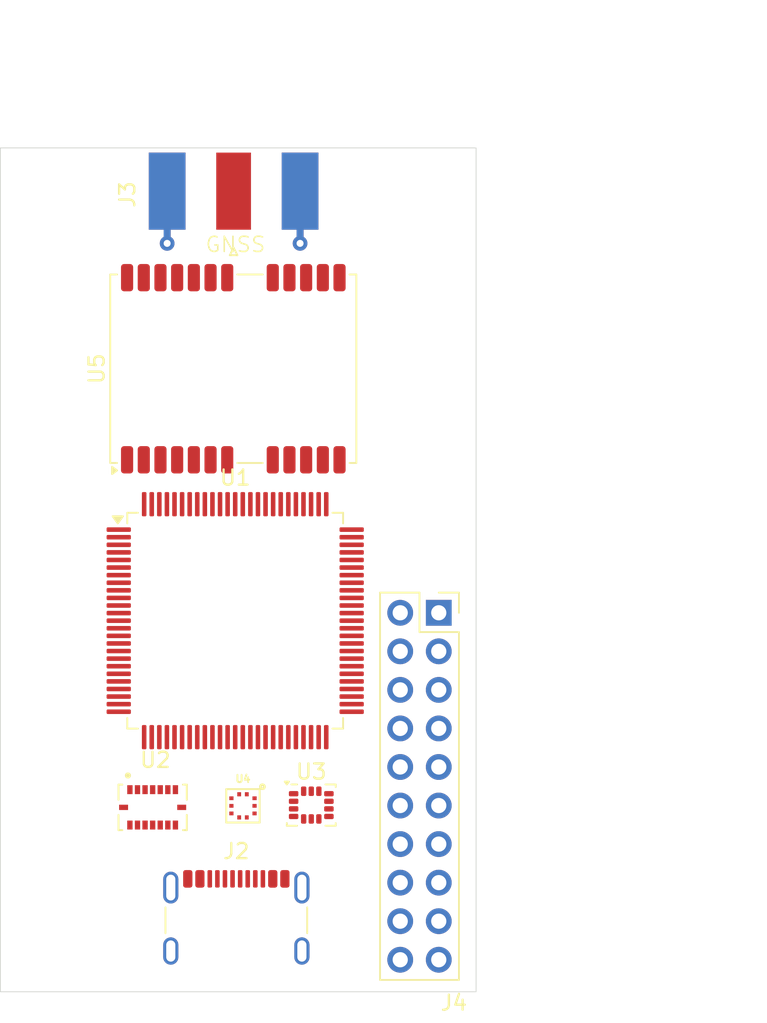
<source format=kicad_pcb>
(kicad_pcb (version 20240108) (generator "pcbnew") (generator_version "8.0")
  (layers (0 "F.Cu" signal) (31 "B.Cu" signal) (34 "B.Paste" user) (35 "F.Paste" user) (36 "B.SilkS" user "B.Silkscreen") (37 "F.SilkS" user "F.Silkscreen") (38 "B.Mask" user) (39 "F.Mask" user) (44 "Edge.Cuts" user))
  (net 0 "")
  (net 35 "/BMI088/SCK")
  (net 46 "/BMI088/SDI")
  (net 71 "Net-(U1-NRST)")
  (net 72 "Net-(C11-Pad2)")
  (net 73 "Net-(C12-Pad2)")
  (net 74 "D-")
  (net 85 "GND")
  (net 86 "/BMI088/CS_ACCEL")
  (net 87 "+3.3V")
  (net 88 "/BMI088/CS_GYRO")
  (net 89 "/BMI088/SDO_ACCEL")
  (net 90 "/BMI088/GYRO_INT")
  (net 91 "/BMI088/ACCEL_INT")
  (net 95 "Net-(D1-A)")
  (net 97 "Net-(J2-CC1)")
  (net 98 "D+")
  (net 99 "Net-(J2-CC2)")
  (net 100 "Net-(J3-In)")
  (net 101 "Net-(U1-BOOT0)")
  (net 102 "/NEO-M9N/DI_GPS")
  (net 103 "/NEO-M9N/CLK_GPS")
  (net 104 "/NEO-M9N/CS_GPS")
  (net 105 "/NEO-M9N/DO_GPS")
  (net 106 "Net-(U1-PA11)")
  (net 107 "/LSM6DSM/SDO_IMU_LOW")
  (net 108 "/LSM6DSM/SDI_IMU_LOW")
  (net 109 "/LSM6DSM/SCL_IMU_LOW")
  (net 110 "/LSM6DSM/CS_IMU_LOW")
  (net 111 "/LSM6DSM/INT_IMU_LOW")
  (net 112 "/BMP581/SCK_BARO")
  (net 113 "/BMP581/SDI_BARO")
  (net 114 "/BMP581/SDO_BARO")
  (net 115 "/BMP581/INT_BARO")
  (net 116 "/BMP581/CS_BARO")
  (net 117 "Net-(U5-~{SAFEBOOT})")
  (net 138 "Net-(U1-PA12)")
  (footprint "footprint:PQFN50P450X300X100-16N" (layer "F.Cu") (at 134.585 114.7)
    (property "Reference" "U2" (at 0.178 -3.121 0) (layer "F.SilkS"))
    (property "Value" "BMI088")
    (fp_line (start -2.25 -1.5) (end -2 -1.5) (stroke (width 0.127)) (layer "F.SilkS"))
    (fp_line (start -2.25 -0.5) (end -2.25 -1.5) (stroke (width 0.127)) (layer "F.SilkS"))
    (fp_line (start -2.25 1.5) (end -2.25 0.5) (stroke (width 0.127)) (layer "F.SilkS"))
    (fp_line (start -2 1.5) (end -2.25 1.5) (stroke (width 0.127)) (layer "F.SilkS"))
    (fp_line (start 2.25 -1.5) (end 2 -1.5) (stroke (width 0.127)) (layer "F.SilkS"))
    (fp_line (start 2.25 -0.5) (end 2.25 -1.5) (stroke (width 0.127)) (layer "F.SilkS"))
    (fp_line (start 2.25 0.5) (end 2.25 1.5) (stroke (width 0.127)) (layer "F.SilkS"))
    (fp_line (start 2.25 1.5) (end 2 1.5) (stroke (width 0.127)) (layer "F.SilkS"))
    (fp_circle (center -1.629 -2.1) (end -1.529 -2.1) (stroke (width 0.2)) (fill none) (layer "F.SilkS"))
    (pad "1" smd rect (at -1.5 -1.165) (size 0.35 0.59) (layers "F.Cu" "F.Paste" "F.Mask"))
    (pad "2" smd rect (at -1 -1.165) (size 0.35 0.59) (layers "F.Cu" "F.Paste" "F.Mask") (net 85 "GND"))
    (pad "3" smd rect (at -0.5 -1.165) (size 0.35 0.59) (layers "F.Cu" "F.Paste" "F.Mask") (net 87 "+3.3V"))
    (pad "4" smd rect (at 0 -1.165) (size 0.35 0.59) (layers "F.Cu" "F.Paste" "F.Mask") (net 85 "GND"))
    (pad "5" smd rect (at 0.5 -1.165) (size 0.35 0.59) (layers "F.Cu" "F.Paste" "F.Mask") (net 88 "/BMI088/CS_GYRO"))
    (pad "6" smd rect (at 1 -1.165) (size 0.35 0.59) (layers "F.Cu" "F.Paste" "F.Mask") (net 85 "GND"))
    (pad "7" smd rect (at 1.5 -1.165) (size 0.35 0.59) (layers "F.Cu" "F.Paste" "F.Mask") (net 85 "GND"))
    (pad "8" smd rect (at 1.915 0) (size 0.59 0.35) (layers "F.Cu" "F.Paste" "F.Mask") (net 35 "/BMI088/SCK"))
    (pad "9" smd rect (at 1.5 1.165) (size 0.35 0.59) (layers "F.Cu" "F.Paste" "F.Mask") (net 46 "/BMI088/SDI"))
    (pad "10" smd rect (at 1 1.165) (size 0.35 0.59) (layers "F.Cu" "F.Paste" "F.Mask") (net 89 "/BMI088/SDO_ACCEL"))
    (pad "11" smd rect (at 0.5 1.165) (size 0.35 0.59) (layers "F.Cu" "F.Paste" "F.Mask") (net 87 "+3.3V"))
    (pad "12" smd rect (at 0 1.165) (size 0.35 0.59) (layers "F.Cu" "F.Paste" "F.Mask") (net 90 "/BMI088/GYRO_INT"))
    (pad "13" smd rect (at -0.5 1.165) (size 0.35 0.59) (layers "F.Cu" "F.Paste" "F.Mask"))
    (pad "14" smd rect (at -1 1.165) (size 0.35 0.59) (layers "F.Cu" "F.Paste" "F.Mask") (net 86 "/BMI088/CS_ACCEL"))
    (pad "15" smd rect (at -1.5 1.165) (size 0.35 0.59) (layers "F.Cu" "F.Paste" "F.Mask") (net 89 "/BMI088/SDO_ACCEL"))
    (pad "16" smd rect (at -1.915 0) (size 0.59 0.35) (layers "F.Cu" "F.Paste" "F.Mask") (net 91 "/BMI088/ACCEL_INT"))
  )
  (footprint "BMP581:BMP581" (layer "F.Cu") (at 140.5375 114.6)
    (property "Reference" "U4" (at 0 -1.778 0) (layer "F.SilkS") (effects (font (size 0.48 0.48) (thickness 0.12))))
    (property "Value" "BMP581")
    (fp_line (start -1.1 -1.1) (end 1.1 -1.1) (stroke (width 0.127)) (layer "F.SilkS"))
    (fp_line (start -1.1 1.1) (end -1.1 -1.1) (stroke (width 0.127)) (layer "F.SilkS"))
    (fp_line (start 1.1 -1.1) (end 1.1 1.1) (stroke (width 0.127)) (layer "F.SilkS"))
    (fp_line (start 1.1 1.1) (end -1.1 1.1) (stroke (width 0.127)) (layer "F.SilkS"))
    (fp_circle (center 1.282 -1.258) (end 1.327253 -1.258) (stroke (width 0.175)) (fill none) (layer "F.SilkS"))
    (pad "1" smd rect (at 0.25 -0.7625) (size 0.25 0.275) (layers "F.Cu" "F.Mask") (net 87 "+3.3V"))
    (pad "2" smd rect (at -0.25 -0.7625) (size 0.25 0.275) (layers "F.Cu" "F.Mask") (net 112 "/BMP581/SCK_BARO"))
    (pad "3" smd rect (at -0.7625 -0.5) (size 0.275 0.25) (layers "F.Cu" "F.Mask") (net 85 "GND"))
    (pad "4" smd rect (at -0.7625 0) (size 0.275 0.25) (layers "F.Cu" "F.Mask") (net 113 "/BMP581/SDI_BARO"))
    (pad "5" smd rect (at -0.7625 0.5) (size 0.275 0.25) (layers "F.Cu" "F.Mask") (net 114 "/BMP581/SDO_BARO"))
    (pad "6" smd rect (at -0.25 0.7625) (size 0.25 0.275) (layers "F.Cu" "F.Mask") (net 116 "/BMP581/CS_BARO"))
    (pad "7" smd rect (at 0.25 0.7625) (size 0.25 0.275) (layers "F.Cu" "F.Mask") (net 115 "/BMP581/INT_BARO"))
    (pad "8" smd rect (at 0.7625 0.5) (size 0.275 0.25) (layers "F.Cu" "F.Mask") (net 85 "GND"))
    (pad "9" smd rect (at 0.7625 0) (size 0.275 0.25) (layers "F.Cu" "F.Mask") (net 85 "GND"))
    (pad "10" smd rect (at 0.7625 -0.5) (size 0.275 0.25) (layers "F.Cu" "F.Mask") (net 87 "+3.3V"))
  )
  (footprint "Images:ND" (layer "F.Cu") (at 151.5 75.2)
    (property "Reference" "G***" (hide yes))
    (property "Value" "LOGO" (hide yes))
  )
  (footprint "Connector_PinSocket_2.54mm:PinSocket_2x10_P2.54mm_Vertical" (layer "F.Cu") (at 153.44 101.88)
    (property "Reference" "J4" (at 1 25.7 0) (layer "F.SilkS"))
    (property "Value" "Conn_02x10_Counter_Clockwise")
    (fp_line (start -3.87 -1.33) (end -3.87 24.19) (stroke (width 0.12)) (layer "F.SilkS"))
    (fp_line (start -3.87 -1.33) (end -1.27 -1.33) (stroke (width 0.12)) (layer "F.SilkS"))
    (fp_line (start -3.87 24.19) (end 1.33 24.19) (stroke (width 0.12)) (layer "F.SilkS"))
    (fp_line (start -1.27 -1.33) (end -1.27 1.27) (stroke (width 0.12)) (layer "F.SilkS"))
    (fp_line (start -1.27 1.27) (end 1.33 1.27) (stroke (width 0.12)) (layer "F.SilkS"))
    (fp_line (start 0 -1.33) (end 1.33 -1.33) (stroke (width 0.12)) (layer "F.SilkS"))
    (fp_line (start 1.33 -1.33) (end 1.33 0) (stroke (width 0.12)) (layer "F.SilkS"))
    (fp_line (start 1.33 1.27) (end 1.33 24.19) (stroke (width 0.12)) (layer "F.SilkS"))
    (pad "1" thru_hole rect (at 0 0) (size 1.7 1.7) (drill 1) (layers "*.Cu" "*.Mask"))
    (pad "2" thru_hole oval (at -2.54 0) (size 1.7 1.7) (drill 1) (layers "*.Cu" "*.Mask"))
    (pad "3" thru_hole oval (at 0 2.54) (size 1.7 1.7) (drill 1) (layers "*.Cu" "*.Mask"))
    (pad "4" thru_hole oval (at -2.54 2.54) (size 1.7 1.7) (drill 1) (layers "*.Cu" "*.Mask"))
    (pad "5" thru_hole oval (at 0 5.08) (size 1.7 1.7) (drill 1) (layers "*.Cu" "*.Mask"))
    (pad "6" thru_hole oval (at -2.54 5.08) (size 1.7 1.7) (drill 1) (layers "*.Cu" "*.Mask"))
    (pad "7" thru_hole oval (at 0 7.62) (size 1.7 1.7) (drill 1) (layers "*.Cu" "*.Mask"))
    (pad "8" thru_hole oval (at -2.54 7.62) (size 1.7 1.7) (drill 1) (layers "*.Cu" "*.Mask"))
    (pad "9" thru_hole oval (at 0 10.16) (size 1.7 1.7) (drill 1) (layers "*.Cu" "*.Mask"))
    (pad "10" thru_hole oval (at -2.54 10.16) (size 1.7 1.7) (drill 1) (layers "*.Cu" "*.Mask"))
    (pad "11" thru_hole oval (at 0 12.7) (size 1.7 1.7) (drill 1) (layers "*.Cu" "*.Mask"))
    (pad "12" thru_hole oval (at -2.54 12.7) (size 1.7 1.7) (drill 1) (layers "*.Cu" "*.Mask"))
    (pad "13" thru_hole oval (at 0 15.24) (size 1.7 1.7) (drill 1) (layers "*.Cu" "*.Mask"))
    (pad "14" thru_hole oval (at -2.54 15.24) (size 1.7 1.7) (drill 1) (layers "*.Cu" "*.Mask"))
    (pad "15" thru_hole oval (at 0 17.78) (size 1.7 1.7) (drill 1) (layers "*.Cu" "*.Mask"))
    (pad "16" thru_hole oval (at -2.54 17.78) (size 1.7 1.7) (drill 1) (layers "*.Cu" "*.Mask"))
    (pad "17" thru_hole oval (at 0 20.32) (size 1.7 1.7) (drill 1) (layers "*.Cu" "*.Mask"))
    (pad "18" thru_hole oval (at -2.54 20.32) (size 1.7 1.7) (drill 1) (layers "*.Cu" "*.Mask"))
    (pad "19" thru_hole oval (at 0 22.86) (size 1.7 1.7) (drill 1) (layers "*.Cu" "*.Mask"))
    (pad "20" thru_hole oval (at -2.54 22.86) (size 1.7 1.7) (drill 1) (layers "*.Cu" "*.Mask"))
  )
  (footprint "Connector_Coaxial:SMA_Molex_73251-1153_EdgeMount_Horizontal" (layer "F.Cu") (at 139.92 75.82 -90)
    (property "Reference" "J3" (at -1.5 7 90) (layer "F.SilkS"))
    (property "Value" "Conn_Coaxial")
    (fp_line (start 2.5 0.25) (end 2 0) (stroke (width 0.12)) (layer "F.SilkS"))
    (fp_line (start 2 0) (end 2.5 -0.25) (stroke (width 0.12)) (layer "F.SilkS"))
    (fp_line (start 2.5 -0.25) (end 2.5 0.25) (stroke (width 0.12)) (layer "F.SilkS"))
    (pad "1" smd rect (at -1.72 0 270) (size 5.08 2.29) (layers "F.Cu" "F.Paste" "F.Mask") (net 100 "Net-(J3-In)"))
    (pad "2" smd rect (at -1.72 -4.38 270) (size 5.08 2.42) (layers "F.Cu" "F.Paste" "F.Mask") (net 85 "GND"))
    (pad "2" smd rect (at -1.72 -4.38 270) (size 5.08 2.42) (layers "B.Cu" "B.Paste" "B.Mask") (net 85 "GND"))
    (pad "2" smd rect (at -1.72 4.38 270) (size 5.08 2.42) (layers "F.Cu" "F.Paste" "F.Mask") (net 85 "GND"))
    (pad "2" smd rect (at -1.72 4.38 270) (size 5.08 2.42) (layers "B.Cu" "B.Paste" "B.Mask") (net 85 "GND"))
    (pad "2" smd rect (at 1.27 -4.38 270) (size 0.95 0.46) (layers "F.Cu") (net 85 "GND"))
    (pad "2" smd rect (at 1.27 -4.38 270) (size 0.95 0.46) (layers "B.Cu") (net 85 "GND"))
    (pad "2" smd rect (at 1.27 4.38 270) (size 0.95 0.46) (layers "F.Cu") (net 85 "GND"))
    (pad "2" smd rect (at 1.27 4.38 270) (size 0.95 0.46) (layers "B.Cu") (net 85 "GND"))
    (pad "2" thru_hole circle (at 1.72 -4.38 270) (size 0.97 0.97) (drill 0.46) (layers "*.Cu") (net 85 "GND"))
    (pad "2" thru_hole circle (at 1.72 4.38 270) (size 0.97 0.97) (drill 0.46) (layers "*.Cu") (net 85 "GND"))
  )
  (footprint "Package_QFP:LQFP-100_14x14mm_P0.5mm" (layer "F.Cu") (at 140.025 102.4)
    (property "Reference" "U1" (at 0 -9.42 0) (layer "F.SilkS"))
    (property "Value" "STM32H723VGTx")
    (fp_line (start -7.11 -7.11) (end -7.11 -6.41) (stroke (width 0.12)) (layer "F.SilkS"))
    (fp_line (start -7.11 7.11) (end -7.11 6.41) (stroke (width 0.12)) (layer "F.SilkS"))
    (fp_line (start -6.41 -7.11) (end -7.11 -7.11) (stroke (width 0.12)) (layer "F.SilkS"))
    (fp_line (start -6.41 7.11) (end -7.11 7.11) (stroke (width 0.12)) (layer "F.SilkS"))
    (fp_line (start 6.41 -7.11) (end 7.11 -7.11) (stroke (width 0.12)) (layer "F.SilkS"))
    (fp_line (start 6.41 7.11) (end 7.11 7.11) (stroke (width 0.12)) (layer "F.SilkS"))
    (fp_line (start 7.11 -7.11) (end 7.11 -6.41) (stroke (width 0.12)) (layer "F.SilkS"))
    (fp_line (start 7.11 7.11) (end 7.11 6.41) (stroke (width 0.12)) (layer "F.SilkS"))
    (fp_poly (pts (xy -7.7375 -6.41) (xy -8.0775 -6.88) (xy -7.3975 -6.88) (xy -7.7375 -6.41)) (stroke (width 0.12)) (fill solid) (layer "F.SilkS"))
    (pad "1" smd roundrect (at -7.675 -6) (size 1.6 0.3) (layers "F.Cu" "F.Paste" "F.Mask"))
    (pad "2" smd roundrect (at -7.675 -5.5) (size 1.6 0.3) (layers "F.Cu" "F.Paste" "F.Mask"))
    (pad "3" smd roundrect (at -7.675 -5) (size 1.6 0.3) (layers "F.Cu" "F.Paste" "F.Mask"))
    (pad "4" smd roundrect (at -7.675 -4.5) (size 1.6 0.3) (layers "F.Cu" "F.Paste" "F.Mask"))
    (pad "5" smd roundrect (at -7.675 -4) (size 1.6 0.3) (layers "F.Cu" "F.Paste" "F.Mask"))
    (pad "6" smd roundrect (at -7.675 -3.5) (size 1.6 0.3) (layers "F.Cu" "F.Paste" "F.Mask") (net 87 "+3.3V"))
    (pad "7" smd roundrect (at -7.675 -3) (size 1.6 0.3) (layers "F.Cu" "F.Paste" "F.Mask"))
    (pad "8" smd roundrect (at -7.675 -2.5) (size 1.6 0.3) (layers "F.Cu" "F.Paste" "F.Mask"))
    (pad "9" smd roundrect (at -7.675 -2) (size 1.6 0.3) (layers "F.Cu" "F.Paste" "F.Mask"))
    (pad "10" smd roundrect (at -7.675 -1.5) (size 1.6 0.3) (layers "F.Cu" "F.Paste" "F.Mask") (net 85 "GND"))
    (pad "11" smd roundrect (at -7.675 -1) (size 1.6 0.3) (layers "F.Cu" "F.Paste" "F.Mask") (net 87 "+3.3V"))
    (pad "12" smd roundrect (at -7.675 -0.5) (size 1.6 0.3) (layers "F.Cu" "F.Paste" "F.Mask") (net 85 "GND"))
    (pad "13" smd roundrect (at -7.675 0) (size 1.6 0.3) (layers "F.Cu" "F.Paste" "F.Mask"))
    (pad "14" smd roundrect (at -7.675 0.5) (size 1.6 0.3) (layers "F.Cu" "F.Paste" "F.Mask") (net 71 "Net-(U1-NRST)"))
    (pad "15" smd roundrect (at -7.675 1) (size 1.6 0.3) (layers "F.Cu" "F.Paste" "F.Mask"))
    (pad "16" smd roundrect (at -7.675 1.5) (size 1.6 0.3) (layers "F.Cu" "F.Paste" "F.Mask"))
    (pad "17" smd roundrect (at -7.675 2) (size 1.6 0.3) (layers "F.Cu" "F.Paste" "F.Mask"))
    (pad "18" smd roundrect (at -7.675 2.5) (size 1.6 0.3) (layers "F.Cu" "F.Paste" "F.Mask"))
    (pad "19" smd roundrect (at -7.675 3) (size 1.6 0.3) (layers "F.Cu" "F.Paste" "F.Mask") (net 85 "GND"))
    (pad "20" smd roundrect (at -7.675 3.5) (size 1.6 0.3) (layers "F.Cu" "F.Paste" "F.Mask") (net 87 "+3.3V"))
    (pad "21" smd roundrect (at -7.675 4) (size 1.6 0.3) (layers "F.Cu" "F.Paste" "F.Mask") (net 87 "+3.3V"))
    (pad "22" smd roundrect (at -7.675 4.5) (size 1.6 0.3) (layers "F.Cu" "F.Paste" "F.Mask"))
    (pad "23" smd roundrect (at -7.675 5) (size 1.6 0.3) (layers "F.Cu" "F.Paste" "F.Mask"))
    (pad "24" smd roundrect (at -7.675 5.5) (size 1.6 0.3) (layers "F.Cu" "F.Paste" "F.Mask"))
    (pad "25" smd roundrect (at -7.675 6) (size 1.6 0.3) (layers "F.Cu" "F.Paste" "F.Mask"))
    (pad "26" smd roundrect (at -6 7.675) (size 0.3 1.6) (layers "F.Cu" "F.Paste" "F.Mask") (net 85 "GND"))
    (pad "27" smd roundrect (at -5.5 7.675) (size 0.3 1.6) (layers "F.Cu" "F.Paste" "F.Mask") (net 87 "+3.3V"))
    (pad "28" smd roundrect (at -5 7.675) (size 0.3 1.6) (layers "F.Cu" "F.Paste" "F.Mask"))
    (pad "29" smd roundrect (at -4.5 7.675) (size 0.3 1.6) (layers "F.Cu" "F.Paste" "F.Mask"))
    (pad "30" smd roundrect (at -4 7.675) (size 0.3 1.6) (layers "F.Cu" "F.Paste" "F.Mask"))
    (pad "31" smd roundrect (at -3.5 7.675) (size 0.3 1.6) (layers "F.Cu" "F.Paste" "F.Mask"))
    (pad "32" smd roundrect (at -3 7.675) (size 0.3 1.6) (layers "F.Cu" "F.Paste" "F.Mask"))
    (pad "33" smd roundrect (at -2.5 7.675) (size 0.3 1.6) (layers "F.Cu" "F.Paste" "F.Mask"))
    (pad "34" smd roundrect (at -2 7.675) (size 0.3 1.6) (layers "F.Cu" "F.Paste" "F.Mask"))
    (pad "35" smd roundrect (at -1.5 7.675) (size 0.3 1.6) (layers "F.Cu" "F.Paste" "F.Mask"))
    (pad "36" smd roundrect (at -1 7.675) (size 0.3 1.6) (layers "F.Cu" "F.Paste" "F.Mask") (net 46 "/BMI088/SDI"))
    (pad "37" smd roundrect (at -0.5 7.675) (size 0.3 1.6) (layers "F.Cu" "F.Paste" "F.Mask"))
    (pad "38" smd roundrect (at 0 7.675) (size 0.3 1.6) (layers "F.Cu" "F.Paste" "F.Mask"))
    (pad "39" smd roundrect (at 0.5 7.675) (size 0.3 1.6) (layers "F.Cu" "F.Paste" "F.Mask"))
    (pad "40" smd roundrect (at 1 7.675) (size 0.3 1.6) (layers "F.Cu" "F.Paste" "F.Mask"))
    (pad "41" smd roundrect (at 1.5 7.675) (size 0.3 1.6) (layers "F.Cu" "F.Paste" "F.Mask"))
    (pad "42" smd roundrect (at 2 7.675) (size 0.3 1.6) (layers "F.Cu" "F.Paste" "F.Mask"))
    (pad "43" smd roundrect (at 2.5 7.675) (size 0.3 1.6) (layers "F.Cu" "F.Paste" "F.Mask"))
    (pad "44" smd roundrect (at 3 7.675) (size 0.3 1.6) (layers "F.Cu" "F.Paste" "F.Mask"))
    (pad "45" smd roundrect (at 3.5 7.675) (size 0.3 1.6) (layers "F.Cu" "F.Paste" "F.Mask"))
    (pad "46" smd roundrect (at 4 7.675) (size 0.3 1.6) (layers "F.Cu" "F.Paste" "F.Mask"))
    (pad "47" smd roundrect (at 4.5 7.675) (size 0.3 1.6) (layers "F.Cu" "F.Paste" "F.Mask"))
    (pad "48" smd roundrect (at 5 7.675) (size 0.3 1.6) (layers "F.Cu" "F.Paste" "F.Mask") (net 72 "Net-(C11-Pad2)"))
    (pad "49" smd roundrect (at 5.5 7.675) (size 0.3 1.6) (layers "F.Cu" "F.Paste" "F.Mask") (net 85 "GND"))
    (pad "50" smd roundrect (at 6 7.675) (size 0.3 1.6) (layers "F.Cu" "F.Paste" "F.Mask") (net 87 "+3.3V"))
    (pad "51" smd roundrect (at 7.675 6) (size 1.6 0.3) (layers "F.Cu" "F.Paste" "F.Mask"))
    (pad "52" smd roundrect (at 7.675 5.5) (size 1.6 0.3) (layers "F.Cu" "F.Paste" "F.Mask"))
    (pad "53" smd roundrect (at 7.675 5) (size 1.6 0.3) (layers "F.Cu" "F.Paste" "F.Mask"))
    (pad "54" smd roundrect (at 7.675 4.5) (size 1.6 0.3) (layers "F.Cu" "F.Paste" "F.Mask"))
    (pad "55" smd roundrect (at 7.675 4) (size 1.6 0.3) (layers "F.Cu" "F.Paste" "F.Mask"))
    (pad "56" smd roundrect (at 7.675 3.5) (size 1.6 0.3) (layers "F.Cu" "F.Paste" "F.Mask"))
    (pad "57" smd roundrect (at 7.675 3) (size 1.6 0.3) (layers "F.Cu" "F.Paste" "F.Mask"))
    (pad "58" smd roundrect (at 7.675 2.5) (size 1.6 0.3) (layers "F.Cu" "F.Paste" "F.Mask"))
    (pad "59" smd roundrect (at 7.675 2) (size 1.6 0.3) (layers "F.Cu" "F.Paste" "F.Mask"))
    (pad "60" smd roundrect (at 7.675 1.5) (size 1.6 0.3) (layers "F.Cu" "F.Paste" "F.Mask"))
    (pad "61" smd roundrect (at 7.675 1) (size 1.6 0.3) (layers "F.Cu" "F.Paste" "F.Mask"))
    (pad "62" smd roundrect (at 7.675 0.5) (size 1.6 0.3) (layers "F.Cu" "F.Paste" "F.Mask"))
    (pad "63" smd roundrect (at 7.675 0) (size 1.6 0.3) (layers "F.Cu" "F.Paste" "F.Mask"))
    (pad "64" smd roundrect (at 7.675 -0.5) (size 1.6 0.3) (layers "F.Cu" "F.Paste" "F.Mask"))
    (pad "65" smd roundrect (at 7.675 -1) (size 1.6 0.3) (layers "F.Cu" "F.Paste" "F.Mask"))
    (pad "66" smd roundrect (at 7.675 -1.5) (size 1.6 0.3) (layers "F.Cu" "F.Paste" "F.Mask"))
    (pad "67" smd roundrect (at 7.675 -2) (size 1.6 0.3) (layers "F.Cu" "F.Paste" "F.Mask"))
    (pad "68" smd roundrect (at 7.675 -2.5) (size 1.6 0.3) (layers "F.Cu" "F.Paste" "F.Mask"))
    (pad "69" smd roundrect (at 7.675 -3) (size 1.6 0.3) (layers "F.Cu" "F.Paste" "F.Mask"))
    (pad "70" smd roundrect (at 7.675 -3.5) (size 1.6 0.3) (layers "F.Cu" "F.Paste" "F.Mask") (net 106 "Net-(U1-PA11)"))
    (pad "71" smd roundrect (at 7.675 -4) (size 1.6 0.3) (layers "F.Cu" "F.Paste" "F.Mask") (net 138 "Net-(U1-PA12)"))
    (pad "72" smd roundrect (at 7.675 -4.5) (size 1.6 0.3) (layers "F.Cu" "F.Paste" "F.Mask"))
    (pad "73" smd roundrect (at 7.675 -5) (size 1.6 0.3) (layers "F.Cu" "F.Paste" "F.Mask") (net 73 "Net-(C12-Pad2)"))
    (pad "74" smd roundrect (at 7.675 -5.5) (size 1.6 0.3) (layers "F.Cu" "F.Paste" "F.Mask") (net 85 "GND"))
    (pad "75" smd roundrect (at 7.675 -6) (size 1.6 0.3) (layers "F.Cu" "F.Paste" "F.Mask") (net 87 "+3.3V"))
    (pad "76" smd roundrect (at 6 -7.675) (size 0.3 1.6) (layers "F.Cu" "F.Paste" "F.Mask") (net 86 "/BMI088/CS_ACCEL"))
    (pad "77" smd roundrect (at 5.5 -7.675) (size 0.3 1.6) (layers "F.Cu" "F.Paste" "F.Mask") (net 88 "/BMI088/CS_GYRO"))
    (pad "78" smd roundrect (at 5 -7.675) (size 0.3 1.6) (layers "F.Cu" "F.Paste" "F.Mask") (net 35 "/BMI088/SCK"))
    (pad "79" smd roundrect (at 4.5 -7.675) (size 0.3 1.6) (layers "F.Cu" "F.Paste" "F.Mask") (net 89 "/BMI088/SDO_ACCEL"))
    (pad "80" smd roundrect (at 4 -7.675) (size 0.3 1.6) (layers "F.Cu" "F.Paste" "F.Mask"))
    (pad "81" smd roundrect (at 3.5 -7.675) (size 0.3 1.6) (layers "F.Cu" "F.Paste" "F.Mask"))
    (pad "82" smd roundrect (at 3 -7.675) (size 0.3 1.6) (layers "F.Cu" "F.Paste" "F.Mask"))
    (pad "83" smd roundrect (at 2.5 -7.675) (size 0.3 1.6) (layers "F.Cu" "F.Paste" "F.Mask"))
    (pad "84" smd roundrect (at 2 -7.675) (size 0.3 1.6) (layers "F.Cu" "F.Paste" "F.Mask"))
    (pad "85" smd roundrect (at 1.5 -7.675) (size 0.3 1.6) (layers "F.Cu" "F.Paste" "F.Mask"))
    (pad "86" smd roundrect (at 1 -7.675) (size 0.3 1.6) (layers "F.Cu" "F.Paste" "F.Mask"))
    (pad "87" smd roundrect (at 0.5 -7.675) (size 0.3 1.6) (layers "F.Cu" "F.Paste" "F.Mask"))
    (pad "88" smd roundrect (at 0 -7.675) (size 0.3 1.6) (layers "F.Cu" "F.Paste" "F.Mask"))
    (pad "89" smd roundrect (at -0.5 -7.675) (size 0.3 1.6) (layers "F.Cu" "F.Paste" "F.Mask"))
    (pad "90" smd roundrect (at -1 -7.675) (size 0.3 1.6) (layers "F.Cu" "F.Paste" "F.Mask"))
    (pad "91" smd roundrect (at -1.5 -7.675) (size 0.3 1.6) (layers "F.Cu" "F.Paste" "F.Mask"))
    (pad "92" smd roundrect (at -2 -7.675) (size 0.3 1.6) (layers "F.Cu" "F.Paste" "F.Mask"))
    (pad "93" smd roundrect (at -2.5 -7.675) (size 0.3 1.6) (layers "F.Cu" "F.Paste" "F.Mask"))
    (pad "94" smd roundrect (at -3 -7.675) (size 0.3 1.6) (layers "F.Cu" "F.Paste" "F.Mask") (net 101 "Net-(U1-BOOT0)"))
    (pad "95" smd roundrect (at -3.5 -7.675) (size 0.3 1.6) (layers "F.Cu" "F.Paste" "F.Mask"))
    (pad "96" smd roundrect (at -4 -7.675) (size 0.3 1.6) (layers "F.Cu" "F.Paste" "F.Mask"))
    (pad "97" smd roundrect (at -4.5 -7.675) (size 0.3 1.6) (layers "F.Cu" "F.Paste" "F.Mask"))
    (pad "98" smd roundrect (at -5 -7.675) (size 0.3 1.6) (layers "F.Cu" "F.Paste" "F.Mask"))
    (pad "99" smd roundrect (at -5.5 -7.675) (size 0.3 1.6) (layers "F.Cu" "F.Paste" "F.Mask") (net 85 "GND"))
    (pad "100" smd roundrect (at -6 -7.675) (size 0.3 1.6) (layers "F.Cu" "F.Paste" "F.Mask") (net 87 "+3.3V"))
  )
  (footprint "Package_LGA:LGA-14_3x2.5mm_P0.5mm_LayoutBorder3x4y" (layer "F.Cu") (at 145.0375 114.55)
    (property "Reference" "U3" (at 0 -2.2 0) (layer "F.SilkS"))
    (property "Value" "LSM6DSM")
    (fp_line (start -1.61 1.36) (end -1.61 1.185) (stroke (width 0.12)) (layer "F.SilkS"))
    (fp_line (start -0.935 -1.36) (end -1.31 -1.36) (stroke (width 0.12)) (layer "F.SilkS"))
    (fp_line (start -0.935 1.36) (end -1.61 1.36) (stroke (width 0.12)) (layer "F.SilkS"))
    (fp_line (start 0.935 -1.36) (end 1.61 -1.36) (stroke (width 0.12)) (layer "F.SilkS"))
    (fp_line (start 0.935 1.36) (end 1.61 1.36) (stroke (width 0.12)) (layer "F.SilkS"))
    (fp_line (start 1.61 -1.36) (end 1.61 -1.185) (stroke (width 0.12)) (layer "F.SilkS"))
    (fp_line (start 1.61 1.36) (end 1.61 1.185) (stroke (width 0.12)) (layer "F.SilkS"))
    (fp_poly (pts (xy -1.61 -1.36) (xy -1.75 -1.55) (xy -1.47 -1.55) (xy -1.61 -1.36)) (stroke (width 0.12)) (fill solid) (layer "F.SilkS"))
    (pad "1" smd roundrect (at -1.1625 -0.75) (size 0.625 0.35) (layers "F.Cu" "F.Paste" "F.Mask") (net 107 "/LSM6DSM/SDO_IMU_LOW"))
    (pad "2" smd roundrect (at -1.1625 -0.25) (size 0.625 0.35) (layers "F.Cu" "F.Paste" "F.Mask") (net 85 "GND"))
    (pad "3" smd roundrect (at -1.1625 0.25) (size 0.625 0.35) (layers "F.Cu" "F.Paste" "F.Mask") (net 85 "GND"))
    (pad "4" smd roundrect (at -1.1625 0.75) (size 0.625 0.35) (layers "F.Cu" "F.Paste" "F.Mask") (net 111 "/LSM6DSM/INT_IMU_LOW"))
    (pad "5" smd roundrect (at -0.5 0.9125) (size 0.35 0.625) (layers "F.Cu" "F.Paste" "F.Mask") (net 87 "+3.3V"))
    (pad "6" smd roundrect (at 0 0.9125) (size 0.35 0.625) (layers "F.Cu" "F.Paste" "F.Mask") (net 85 "GND"))
    (pad "7" smd roundrect (at 0.5 0.9125) (size 0.35 0.625) (layers "F.Cu" "F.Paste" "F.Mask") (net 85 "GND"))
    (pad "8" smd roundrect (at 1.1625 0.75) (size 0.625 0.35) (layers "F.Cu" "F.Paste" "F.Mask") (net 87 "+3.3V"))
    (pad "9" smd roundrect (at 1.1625 0.25) (size 0.625 0.35) (layers "F.Cu" "F.Paste" "F.Mask"))
    (pad "10" smd roundrect (at 1.1625 -0.25) (size 0.625 0.35) (layers "F.Cu" "F.Paste" "F.Mask"))
    (pad "11" smd roundrect (at 1.1625 -0.75) (size 0.625 0.35) (layers "F.Cu" "F.Paste" "F.Mask"))
    (pad "12" smd roundrect (at 0.5 -0.9125) (size 0.35 0.625) (layers "F.Cu" "F.Paste" "F.Mask") (net 110 "/LSM6DSM/CS_IMU_LOW"))
    (pad "13" smd roundrect (at 0 -0.9125) (size 0.35 0.625) (layers "F.Cu" "F.Paste" "F.Mask") (net 109 "/LSM6DSM/SCL_IMU_LOW"))
    (pad "14" smd roundrect (at -0.5 -0.9125) (size 0.35 0.625) (layers "F.Cu" "F.Paste" "F.Mask") (net 108 "/LSM6DSM/SDI_IMU_LOW"))
  )
  (footprint "RF_GPS:ublox_NEO" (layer "F.Cu") (at 139.9 85.8 90)
    (property "Reference" "U5" (at 0 -9 90) (layer "F.SilkS"))
    (property "Value" "NEO-M9N")
    (fp_line (start 6.21 -8.11) (end 6.21 -7.66) (stroke (width 0.12)) (layer "F.SilkS"))
    (fp_line (start -6.21 -8.11) (end 6.21 -8.11) (stroke (width 0.12)) (layer "F.SilkS"))
    (fp_line (start -6.21 -8.11) (end -6.21 -7.66) (stroke (width 0.12)) (layer "F.SilkS"))
    (fp_line (start 6.21 0.26) (end 6.21 1.94) (stroke (width 0.12)) (layer "F.SilkS"))
    (fp_line (start -6.21 0.26) (end -6.21 1.94) (stroke (width 0.12)) (layer "F.SilkS"))
    (fp_line (start 6.21 7.66) (end 6.21 8.1) (stroke (width 0.12)) (layer "F.SilkS"))
    (fp_line (start -6.21 7.66) (end -6.21 8.11) (stroke (width 0.12)) (layer "F.SilkS"))
    (fp_line (start -6.21 8.11) (end 6.21 8.11) (stroke (width 0.12)) (layer "F.SilkS"))
    (fp_poly (pts (xy -6.7 -7.66) (xy -6.94 -7.99) (xy -6.46 -7.99) (xy -6.7 -7.66)) (stroke (width 0.12)) (fill solid) (layer "F.SilkS"))
    (pad "1" smd roundrect (at -6 -7 90) (size 1.8 0.8) (layers "F.Cu" "F.Paste" "F.Mask") (net 117 "Net-(U5-~{SAFEBOOT})"))
    (pad "2" smd roundrect (at -6 -5.9 90) (size 1.8 0.8) (layers "F.Cu" "F.Paste" "F.Mask") (net 85 "GND"))
    (pad "3" smd roundrect (at -6 -4.8 90) (size 1.8 0.8) (layers "F.Cu" "F.Paste" "F.Mask"))
    (pad "4" smd roundrect (at -6 -3.7 90) (size 1.8 0.8) (layers "F.Cu" "F.Paste" "F.Mask"))
    (pad "5" smd roundrect (at -6 -2.6 90) (size 1.8 0.8) (layers "F.Cu" "F.Paste" "F.Mask"))
    (pad "6" smd roundrect (at -6 -1.5 90) (size 1.8 0.8) (layers "F.Cu" "F.Paste" "F.Mask"))
    (pad "7" smd roundrect (at -6 -0.4 90) (size 1.8 0.8) (layers "F.Cu" "F.Paste" "F.Mask") (net 85 "GND"))
    (pad "8" smd roundrect (at -6 2.6 90) (size 1.8 0.8) (layers "F.Cu" "F.Paste" "F.Mask"))
    (pad "9" smd roundrect (at -6 3.7 90) (size 1.8 0.8) (layers "F.Cu" "F.Paste" "F.Mask"))
    (pad "10" smd roundrect (at -6 4.8 90) (size 1.8 0.8) (layers "F.Cu" "F.Paste" "F.Mask") (net 85 "GND"))
    (pad "11" smd roundrect (at -6 5.9 90) (size 1.8 0.8) (layers "F.Cu" "F.Paste" "F.Mask") (net 100 "Net-(J3-In)"))
    (pad "12" smd roundrect (at -6 7 90) (size 1.8 0.8) (layers "F.Cu" "F.Paste" "F.Mask") (net 85 "GND"))
    (pad "13" smd roundrect (at 6 7 90) (size 1.8 0.8) (layers "F.Cu" "F.Paste" "F.Mask") (net 85 "GND"))
    (pad "14" smd roundrect (at 6 5.9 90) (size 1.8 0.8) (layers "F.Cu" "F.Paste" "F.Mask"))
    (pad "15" smd roundrect (at 6 4.8 90) (size 1.8 0.8) (layers "F.Cu" "F.Paste" "F.Mask"))
    (pad "16" smd roundrect (at 6 3.7 90) (size 1.8 0.8) (layers "F.Cu" "F.Paste" "F.Mask"))
    (pad "17" smd roundrect (at 6 2.6 90) (size 1.8 0.8) (layers "F.Cu" "F.Paste" "F.Mask"))
    (pad "18" smd roundrect (at 6 -0.4 90) (size 1.8 0.8) (layers "F.Cu" "F.Paste" "F.Mask") (net 104 "/NEO-M9N/CS_GPS"))
    (pad "19" smd roundrect (at 6 -1.5 90) (size 1.8 0.8) (layers "F.Cu" "F.Paste" "F.Mask") (net 103 "/NEO-M9N/CLK_GPS"))
    (pad "20" smd roundrect (at 6 -2.6 90) (size 1.8 0.8) (layers "F.Cu" "F.Paste" "F.Mask") (net 105 "/NEO-M9N/DO_GPS"))
    (pad "21" smd roundrect (at 6 -3.7 90) (size 1.8 0.8) (layers "F.Cu" "F.Paste" "F.Mask") (net 102 "/NEO-M9N/DI_GPS"))
    (pad "22" smd roundrect (at 6 -4.8 90) (size 1.8 0.8) (layers "F.Cu" "F.Paste" "F.Mask") (net 87 "+3.3V"))
    (pad "23" smd roundrect (at 6 -5.9 90) (size 1.8 0.8) (layers "F.Cu" "F.Paste" "F.Mask") (net 87 "+3.3V"))
    (pad "24" smd roundrect (at 6 -7 90) (size 1.8 0.8) (layers "F.Cu" "F.Paste" "F.Mask") (net 85 "GND"))
  )
  (footprint "Connector_USB:USB_C_Receptacle_GCT_USB4105-xx-A_16P_TopMnt_Horizontal" (layer "F.Cu") (at 140.1 123.09)
    (property "Reference" "J2" (at 0 -5.5 0) (layer "F.SilkS"))
    (property "Value" "USB_C_Receptacle_USB2.0_16P")
    (fp_line (start -4.67 -0.1) (end -4.67 -1.8) (stroke (width 0.12)) (layer "F.SilkS"))
    (fp_line (start 4.67 -0.1) (end 4.67 -1.8) (stroke (width 0.12)) (layer "F.SilkS"))
    (pad "" np_thru_hole circle (at -2.89 -2.605) (size 0.65 0.65) (drill 0.65) (layers "F&B.Cu" "*.Mask"))
    (pad "" np_thru_hole circle (at 2.89 -2.605) (size 0.65 0.65) (drill 0.65) (layers "F&B.Cu" "*.Mask"))
    (pad "A1" smd roundrect (at -3.2 -3.68) (size 0.6 1.15) (layers "F.Cu" "F.Paste" "F.Mask") (net 85 "GND"))
    (pad "A4" smd roundrect (at -2.4 -3.68) (size 0.6 1.15) (layers "F.Cu" "F.Paste" "F.Mask") (net 95 "Net-(D1-A)"))
    (pad "A5" smd roundrect (at -1.25 -3.68) (size 0.3 1.15) (layers "F.Cu" "F.Paste" "F.Mask") (net 97 "Net-(J2-CC1)"))
    (pad "A6" smd roundrect (at -0.25 -3.68) (size 0.3 1.15) (layers "F.Cu" "F.Paste" "F.Mask") (net 98 "D+"))
    (pad "A7" smd roundrect (at 0.25 -3.68) (size 0.3 1.15) (layers "F.Cu" "F.Paste" "F.Mask") (net 74 "D-"))
    (pad "A8" smd roundrect (at 1.25 -3.68) (size 0.3 1.15) (layers "F.Cu" "F.Paste" "F.Mask"))
    (pad "A9" smd roundrect (at 2.4 -3.68) (size 0.6 1.15) (layers "F.Cu" "F.Paste" "F.Mask") (net 95 "Net-(D1-A)"))
    (pad "A12" smd roundrect (at 3.2 -3.68) (size 0.6 1.15) (layers "F.Cu" "F.Paste" "F.Mask") (net 85 "GND"))
    (pad "B1" smd roundrect (at 3.2 -3.68) (size 0.6 1.15) (layers "F.Cu" "F.Paste" "F.Mask") (net 85 "GND"))
    (pad "B4" smd roundrect (at 2.4 -3.68) (size 0.6 1.15) (layers "F.Cu" "F.Paste" "F.Mask") (net 95 "Net-(D1-A)"))
    (pad "B5" smd roundrect (at 1.75 -3.68) (size 0.3 1.15) (layers "F.Cu" "F.Paste" "F.Mask") (net 99 "Net-(J2-CC2)"))
    (pad "B6" smd roundrect (at 0.75 -3.68) (size 0.3 1.15) (layers "F.Cu" "F.Paste" "F.Mask") (net 98 "D+"))
    (pad "B7" smd roundrect (at -0.75 -3.68) (size 0.3 1.15) (layers "F.Cu" "F.Paste" "F.Mask") (net 74 "D-"))
    (pad "B8" smd roundrect (at -1.75 -3.68) (size 0.3 1.15) (layers "F.Cu" "F.Paste" "F.Mask"))
    (pad "B9" smd roundrect (at -2.4 -3.68) (size 0.6 1.15) (layers "F.Cu" "F.Paste" "F.Mask") (net 95 "Net-(D1-A)"))
    (pad "B12" smd roundrect (at -3.2 -3.68) (size 0.6 1.15) (layers "F.Cu" "F.Paste" "F.Mask") (net 85 "GND"))
    (pad "S1" thru_hole oval (at -4.32 -3.105) (size 1 2.1) (drill oval 0.6 1.7) (layers "*.Cu" "*.Mask" "F.Paste") (net 85 "GND"))
    (pad "S1" thru_hole oval (at -4.32 1.075) (size 1 1.8) (drill oval 0.6 1.4) (layers "*.Cu" "*.Mask" "F.Paste") (net 85 "GND"))
    (pad "S1" thru_hole oval (at 4.32 -3.105) (size 1 2.1) (drill oval 0.6 1.7) (layers "*.Cu" "*.Mask" "F.Paste") (net 85 "GND"))
    (pad "S1" thru_hole oval (at 4.32 1.075) (size 1 1.8) (drill oval 0.6 1.4) (layers "*.Cu" "*.Mask" "F.Paste") (net 85 "GND"))
  )
  (gr_rect (start 124.55 71.25) (end 155.9 126.85) (stroke (width 0.05)) (fill none) (layer "Edge.Cuts"))
  (gr_text "GNSS\n" (at 138 78.2 0) (layer "F.SilkS") (effects (font (size 1 1) (thickness 0.1)) (justify left bottom)))
)
</source>
